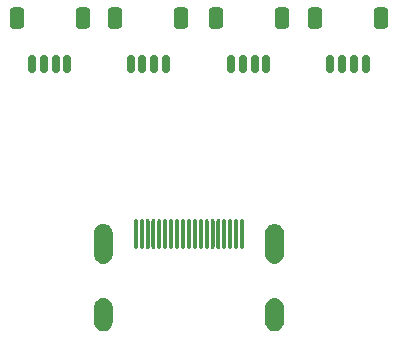
<source format=gbr>
%TF.GenerationSoftware,KiCad,Pcbnew,(6.0.6)*%
%TF.CreationDate,2022-06-22T16:16:20-06:00*%
%TF.ProjectId,21Pin_Fanout_Diodes,32315069-6e5f-4466-916e-6f75745f4469,rev?*%
%TF.SameCoordinates,Original*%
%TF.FileFunction,Paste,Top*%
%TF.FilePolarity,Positive*%
%FSLAX46Y46*%
G04 Gerber Fmt 4.6, Leading zero omitted, Abs format (unit mm)*
G04 Created by KiCad (PCBNEW (6.0.6)) date 2022-06-22 16:16:20*
%MOMM*%
%LPD*%
G01*
G04 APERTURE LIST*
G04 Aperture macros list*
%AMRoundRect*
0 Rectangle with rounded corners*
0 $1 Rounding radius*
0 $2 $3 $4 $5 $6 $7 $8 $9 X,Y pos of 4 corners*
0 Add a 4 corners polygon primitive as box body*
4,1,4,$2,$3,$4,$5,$6,$7,$8,$9,$2,$3,0*
0 Add four circle primitives for the rounded corners*
1,1,$1+$1,$2,$3*
1,1,$1+$1,$4,$5*
1,1,$1+$1,$6,$7*
1,1,$1+$1,$8,$9*
0 Add four rect primitives between the rounded corners*
20,1,$1+$1,$2,$3,$4,$5,0*
20,1,$1+$1,$4,$5,$6,$7,0*
20,1,$1+$1,$6,$7,$8,$9,0*
20,1,$1+$1,$8,$9,$2,$3,0*%
G04 Aperture macros list end*
%ADD10C,0.120000*%
%ADD11RoundRect,0.150000X0.150000X0.625000X-0.150000X0.625000X-0.150000X-0.625000X0.150000X-0.625000X0*%
%ADD12RoundRect,0.250000X0.350000X0.650000X-0.350000X0.650000X-0.350000X-0.650000X0.350000X-0.650000X0*%
%ADD13O,0.250000X2.400000*%
G04 APERTURE END LIST*
%TO.C,J1*%
G36*
X-3976000Y4594000D02*
G01*
X-3953000Y4587000D01*
X-3931000Y4575000D01*
X-3912000Y4560000D01*
X-3897000Y4541000D01*
X-3885000Y4519000D01*
X-3878000Y4496000D01*
X-3876000Y4471000D01*
X-3876000Y2321000D01*
X-3878000Y2297000D01*
X-3885000Y2273000D01*
X-3897000Y2252000D01*
X-3912000Y2233000D01*
X-3931000Y2217000D01*
X-3953000Y2206000D01*
X-3976000Y2199000D01*
X-4001000Y2196000D01*
X-4025000Y2199000D01*
X-4049000Y2206000D01*
X-4070000Y2217000D01*
X-4089000Y2233000D01*
X-4105000Y2252000D01*
X-4116000Y2273000D01*
X-4123000Y2297000D01*
X-4126000Y2321000D01*
X-4126000Y4471000D01*
X-4123000Y4496000D01*
X-4116000Y4519000D01*
X-4105000Y4541000D01*
X-4089000Y4560000D01*
X-4070000Y4575000D01*
X-4049000Y4587000D01*
X-4025000Y4594000D01*
X-4001000Y4596000D01*
X-3976000Y4594000D01*
G37*
D10*
X-3976000Y4594000D02*
X-3953000Y4587000D01*
X-3931000Y4575000D01*
X-3912000Y4560000D01*
X-3897000Y4541000D01*
X-3885000Y4519000D01*
X-3878000Y4496000D01*
X-3876000Y4471000D01*
X-3876000Y2321000D01*
X-3878000Y2297000D01*
X-3885000Y2273000D01*
X-3897000Y2252000D01*
X-3912000Y2233000D01*
X-3931000Y2217000D01*
X-3953000Y2206000D01*
X-3976000Y2199000D01*
X-4001000Y2196000D01*
X-4025000Y2199000D01*
X-4049000Y2206000D01*
X-4070000Y2217000D01*
X-4089000Y2233000D01*
X-4105000Y2252000D01*
X-4116000Y2273000D01*
X-4123000Y2297000D01*
X-4126000Y2321000D01*
X-4126000Y4471000D01*
X-4123000Y4496000D01*
X-4116000Y4519000D01*
X-4105000Y4541000D01*
X-4089000Y4560000D01*
X-4070000Y4575000D01*
X-4049000Y4587000D01*
X-4025000Y4594000D01*
X-4001000Y4596000D01*
X-3976000Y4594000D01*
G36*
X525000Y4594000D02*
G01*
X548000Y4587000D01*
X570000Y4575000D01*
X589000Y4560000D01*
X604000Y4541000D01*
X616000Y4519000D01*
X623000Y4496000D01*
X625000Y4471000D01*
X625000Y2321000D01*
X623000Y2297000D01*
X616000Y2273000D01*
X604000Y2252000D01*
X589000Y2233000D01*
X570000Y2217000D01*
X548000Y2206000D01*
X525000Y2199000D01*
X500000Y2196000D01*
X476000Y2199000D01*
X452000Y2206000D01*
X431000Y2217000D01*
X412000Y2233000D01*
X396000Y2252000D01*
X385000Y2273000D01*
X377000Y2297000D01*
X375000Y2321000D01*
X375000Y4471000D01*
X377000Y4496000D01*
X385000Y4519000D01*
X396000Y4541000D01*
X412000Y4560000D01*
X431000Y4575000D01*
X452000Y4587000D01*
X476000Y4594000D01*
X500000Y4596000D01*
X525000Y4594000D01*
G37*
X525000Y4594000D02*
X548000Y4587000D01*
X570000Y4575000D01*
X589000Y4560000D01*
X604000Y4541000D01*
X616000Y4519000D01*
X623000Y4496000D01*
X625000Y4471000D01*
X625000Y2321000D01*
X623000Y2297000D01*
X616000Y2273000D01*
X604000Y2252000D01*
X589000Y2233000D01*
X570000Y2217000D01*
X548000Y2206000D01*
X525000Y2199000D01*
X500000Y2196000D01*
X476000Y2199000D01*
X452000Y2206000D01*
X431000Y2217000D01*
X412000Y2233000D01*
X396000Y2252000D01*
X385000Y2273000D01*
X377000Y2297000D01*
X375000Y2321000D01*
X375000Y4471000D01*
X377000Y4496000D01*
X385000Y4519000D01*
X396000Y4541000D01*
X412000Y4560000D01*
X431000Y4575000D01*
X452000Y4587000D01*
X476000Y4594000D01*
X500000Y4596000D01*
X525000Y4594000D01*
G36*
X-974000Y4592000D02*
G01*
X-951000Y4584000D01*
X-929000Y4572000D01*
X-911000Y4557000D01*
X-895000Y4537000D01*
X-884000Y4516000D01*
X-877000Y4492000D01*
X-875000Y4471000D01*
X-875000Y2321000D01*
X-878000Y2297000D01*
X-885000Y2274000D01*
X-897000Y2252000D01*
X-913000Y2233000D01*
X-932000Y2218000D01*
X-954000Y2207000D01*
X-978000Y2200000D01*
X-1002000Y2198000D01*
X-1026000Y2201000D01*
X-1050000Y2208000D01*
X-1071000Y2220000D01*
X-1090000Y2236000D01*
X-1105000Y2255000D01*
X-1116000Y2277000D01*
X-1123000Y2300000D01*
X-1125000Y2321000D01*
X-1125000Y4471000D01*
X-1122000Y4496000D01*
X-1115000Y4519000D01*
X-1103000Y4540000D01*
X-1087000Y4559000D01*
X-1068000Y4574000D01*
X-1046000Y4586000D01*
X-1023000Y4592000D01*
X-998000Y4594000D01*
X-974000Y4592000D01*
G37*
X-974000Y4592000D02*
X-951000Y4584000D01*
X-929000Y4572000D01*
X-911000Y4557000D01*
X-895000Y4537000D01*
X-884000Y4516000D01*
X-877000Y4492000D01*
X-875000Y4471000D01*
X-875000Y2321000D01*
X-878000Y2297000D01*
X-885000Y2274000D01*
X-897000Y2252000D01*
X-913000Y2233000D01*
X-932000Y2218000D01*
X-954000Y2207000D01*
X-978000Y2200000D01*
X-1002000Y2198000D01*
X-1026000Y2201000D01*
X-1050000Y2208000D01*
X-1071000Y2220000D01*
X-1090000Y2236000D01*
X-1105000Y2255000D01*
X-1116000Y2277000D01*
X-1123000Y2300000D01*
X-1125000Y2321000D01*
X-1125000Y4471000D01*
X-1122000Y4496000D01*
X-1115000Y4519000D01*
X-1103000Y4540000D01*
X-1087000Y4559000D01*
X-1068000Y4574000D01*
X-1046000Y4586000D01*
X-1023000Y4592000D01*
X-998000Y4594000D01*
X-974000Y4592000D01*
G36*
X-7103000Y-2100000D02*
G01*
X-6962000Y-2143000D01*
X-6832000Y-2212000D01*
X-6719000Y-2305000D01*
X-6626000Y-2419000D01*
X-6556000Y-2549000D01*
X-6514000Y-2689000D01*
X-6499000Y-2836000D01*
X-6499000Y-4036000D01*
X-6514000Y-4182000D01*
X-6556000Y-4323000D01*
X-6626000Y-4452000D01*
X-6719000Y-4566000D01*
X-6832000Y-4659000D01*
X-6962000Y-4729000D01*
X-7103000Y-4771000D01*
X-7249000Y-4786000D01*
X-7395000Y-4771000D01*
X-7536000Y-4729000D01*
X-7666000Y-4659000D01*
X-7779000Y-4566000D01*
X-7873000Y-4452000D01*
X-7942000Y-4323000D01*
X-7985000Y-4182000D01*
X-7999000Y-4036000D01*
X-7999000Y-2836000D01*
X-7985000Y-2689000D01*
X-7942000Y-2549000D01*
X-7873000Y-2419000D01*
X-7779000Y-2305000D01*
X-7666000Y-2212000D01*
X-7536000Y-2143000D01*
X-7395000Y-2100000D01*
X-7249000Y-2086000D01*
X-7103000Y-2100000D01*
G37*
X-7103000Y-2100000D02*
X-6962000Y-2143000D01*
X-6832000Y-2212000D01*
X-6719000Y-2305000D01*
X-6626000Y-2419000D01*
X-6556000Y-2549000D01*
X-6514000Y-2689000D01*
X-6499000Y-2836000D01*
X-6499000Y-4036000D01*
X-6514000Y-4182000D01*
X-6556000Y-4323000D01*
X-6626000Y-4452000D01*
X-6719000Y-4566000D01*
X-6832000Y-4659000D01*
X-6962000Y-4729000D01*
X-7103000Y-4771000D01*
X-7249000Y-4786000D01*
X-7395000Y-4771000D01*
X-7536000Y-4729000D01*
X-7666000Y-4659000D01*
X-7779000Y-4566000D01*
X-7873000Y-4452000D01*
X-7942000Y-4323000D01*
X-7985000Y-4182000D01*
X-7999000Y-4036000D01*
X-7999000Y-2836000D01*
X-7985000Y-2689000D01*
X-7942000Y-2549000D01*
X-7873000Y-2419000D01*
X-7779000Y-2305000D01*
X-7666000Y-2212000D01*
X-7536000Y-2143000D01*
X-7395000Y-2100000D01*
X-7249000Y-2086000D01*
X-7103000Y-2100000D01*
G36*
X3525000Y4594000D02*
G01*
X3549000Y4587000D01*
X3570000Y4575000D01*
X3589000Y4560000D01*
X3605000Y4541000D01*
X3616000Y4519000D01*
X3623000Y4496000D01*
X3626000Y4471000D01*
X3626000Y2321000D01*
X3623000Y2297000D01*
X3616000Y2273000D01*
X3605000Y2252000D01*
X3589000Y2233000D01*
X3570000Y2217000D01*
X3549000Y2206000D01*
X3525000Y2199000D01*
X3501000Y2196000D01*
X3476000Y2199000D01*
X3453000Y2206000D01*
X3431000Y2217000D01*
X3412000Y2233000D01*
X3397000Y2252000D01*
X3385000Y2273000D01*
X3378000Y2297000D01*
X3376000Y2321000D01*
X3376000Y4471000D01*
X3378000Y4496000D01*
X3385000Y4519000D01*
X3397000Y4541000D01*
X3412000Y4560000D01*
X3431000Y4575000D01*
X3453000Y4587000D01*
X3476000Y4594000D01*
X3501000Y4596000D01*
X3525000Y4594000D01*
G37*
X3525000Y4594000D02*
X3549000Y4587000D01*
X3570000Y4575000D01*
X3589000Y4560000D01*
X3605000Y4541000D01*
X3616000Y4519000D01*
X3623000Y4496000D01*
X3626000Y4471000D01*
X3626000Y2321000D01*
X3623000Y2297000D01*
X3616000Y2273000D01*
X3605000Y2252000D01*
X3589000Y2233000D01*
X3570000Y2217000D01*
X3549000Y2206000D01*
X3525000Y2199000D01*
X3501000Y2196000D01*
X3476000Y2199000D01*
X3453000Y2206000D01*
X3431000Y2217000D01*
X3412000Y2233000D01*
X3397000Y2252000D01*
X3385000Y2273000D01*
X3378000Y2297000D01*
X3376000Y2321000D01*
X3376000Y4471000D01*
X3378000Y4496000D01*
X3385000Y4519000D01*
X3397000Y4541000D01*
X3412000Y4560000D01*
X3431000Y4575000D01*
X3453000Y4587000D01*
X3476000Y4594000D01*
X3501000Y4596000D01*
X3525000Y4594000D01*
G36*
X2025000Y4594000D02*
G01*
X2048000Y4587000D01*
X2070000Y4575000D01*
X2089000Y4560000D01*
X2104000Y4541000D01*
X2116000Y4519000D01*
X2123000Y4496000D01*
X2125000Y4471000D01*
X2125000Y2321000D01*
X2123000Y2297000D01*
X2116000Y2273000D01*
X2104000Y2252000D01*
X2089000Y2233000D01*
X2070000Y2217000D01*
X2048000Y2206000D01*
X2025000Y2199000D01*
X2000000Y2196000D01*
X1976000Y2199000D01*
X1953000Y2206000D01*
X1931000Y2217000D01*
X1912000Y2233000D01*
X1896000Y2252000D01*
X1885000Y2273000D01*
X1878000Y2297000D01*
X1875000Y2321000D01*
X1875000Y4471000D01*
X1878000Y4496000D01*
X1885000Y4519000D01*
X1896000Y4541000D01*
X1912000Y4560000D01*
X1931000Y4575000D01*
X1953000Y4587000D01*
X1976000Y4594000D01*
X2000000Y4596000D01*
X2025000Y4594000D01*
G37*
X2025000Y4594000D02*
X2048000Y4587000D01*
X2070000Y4575000D01*
X2089000Y4560000D01*
X2104000Y4541000D01*
X2116000Y4519000D01*
X2123000Y4496000D01*
X2125000Y4471000D01*
X2125000Y2321000D01*
X2123000Y2297000D01*
X2116000Y2273000D01*
X2104000Y2252000D01*
X2089000Y2233000D01*
X2070000Y2217000D01*
X2048000Y2206000D01*
X2025000Y2199000D01*
X2000000Y2196000D01*
X1976000Y2199000D01*
X1953000Y2206000D01*
X1931000Y2217000D01*
X1912000Y2233000D01*
X1896000Y2252000D01*
X1885000Y2273000D01*
X1878000Y2297000D01*
X1875000Y2321000D01*
X1875000Y4471000D01*
X1878000Y4496000D01*
X1885000Y4519000D01*
X1896000Y4541000D01*
X1912000Y4560000D01*
X1931000Y4575000D01*
X1953000Y4587000D01*
X1976000Y4594000D01*
X2000000Y4596000D01*
X2025000Y4594000D01*
G36*
X-7103000Y4199000D02*
G01*
X-6962000Y4157000D01*
X-6832000Y4087000D01*
X-6719000Y3994000D01*
X-6626000Y3880000D01*
X-6556000Y3751000D01*
X-6514000Y3610000D01*
X-6499000Y3464000D01*
X-6499000Y1664000D01*
X-6514000Y1517000D01*
X-6556000Y1377000D01*
X-6626000Y1247000D01*
X-6719000Y1133000D01*
X-6832000Y1040000D01*
X-6962000Y971000D01*
X-7103000Y928000D01*
X-7249000Y914000D01*
X-7395000Y928000D01*
X-7536000Y971000D01*
X-7666000Y1040000D01*
X-7779000Y1133000D01*
X-7873000Y1247000D01*
X-7942000Y1377000D01*
X-7985000Y1517000D01*
X-7999000Y1664000D01*
X-7999000Y3464000D01*
X-7985000Y3610000D01*
X-7942000Y3751000D01*
X-7873000Y3880000D01*
X-7779000Y3994000D01*
X-7666000Y4087000D01*
X-7536000Y4157000D01*
X-7395000Y4199000D01*
X-7249000Y4214000D01*
X-7103000Y4199000D01*
G37*
X-7103000Y4199000D02*
X-6962000Y4157000D01*
X-6832000Y4087000D01*
X-6719000Y3994000D01*
X-6626000Y3880000D01*
X-6556000Y3751000D01*
X-6514000Y3610000D01*
X-6499000Y3464000D01*
X-6499000Y1664000D01*
X-6514000Y1517000D01*
X-6556000Y1377000D01*
X-6626000Y1247000D01*
X-6719000Y1133000D01*
X-6832000Y1040000D01*
X-6962000Y971000D01*
X-7103000Y928000D01*
X-7249000Y914000D01*
X-7395000Y928000D01*
X-7536000Y971000D01*
X-7666000Y1040000D01*
X-7779000Y1133000D01*
X-7873000Y1247000D01*
X-7942000Y1377000D01*
X-7985000Y1517000D01*
X-7999000Y1664000D01*
X-7999000Y3464000D01*
X-7985000Y3610000D01*
X-7942000Y3751000D01*
X-7873000Y3880000D01*
X-7779000Y3994000D01*
X-7666000Y4087000D01*
X-7536000Y4157000D01*
X-7395000Y4199000D01*
X-7249000Y4214000D01*
X-7103000Y4199000D01*
G36*
X-4477000Y4594000D02*
G01*
X-4453000Y4587000D01*
X-4431000Y4575000D01*
X-4413000Y4560000D01*
X-4397000Y4541000D01*
X-4385000Y4519000D01*
X-4378000Y4496000D01*
X-4376000Y4471000D01*
X-4376000Y2321000D01*
X-4378000Y2297000D01*
X-4385000Y2273000D01*
X-4397000Y2252000D01*
X-4413000Y2233000D01*
X-4431000Y2217000D01*
X-4453000Y2206000D01*
X-4477000Y2199000D01*
X-4501000Y2196000D01*
X-4525000Y2199000D01*
X-4549000Y2206000D01*
X-4570000Y2217000D01*
X-4589000Y2233000D01*
X-4605000Y2252000D01*
X-4616000Y2273000D01*
X-4624000Y2297000D01*
X-4626000Y2321000D01*
X-4626000Y4471000D01*
X-4624000Y4496000D01*
X-4616000Y4519000D01*
X-4605000Y4541000D01*
X-4589000Y4560000D01*
X-4570000Y4575000D01*
X-4549000Y4587000D01*
X-4525000Y4594000D01*
X-4501000Y4596000D01*
X-4477000Y4594000D01*
G37*
X-4477000Y4594000D02*
X-4453000Y4587000D01*
X-4431000Y4575000D01*
X-4413000Y4560000D01*
X-4397000Y4541000D01*
X-4385000Y4519000D01*
X-4378000Y4496000D01*
X-4376000Y4471000D01*
X-4376000Y2321000D01*
X-4378000Y2297000D01*
X-4385000Y2273000D01*
X-4397000Y2252000D01*
X-4413000Y2233000D01*
X-4431000Y2217000D01*
X-4453000Y2206000D01*
X-4477000Y2199000D01*
X-4501000Y2196000D01*
X-4525000Y2199000D01*
X-4549000Y2206000D01*
X-4570000Y2217000D01*
X-4589000Y2233000D01*
X-4605000Y2252000D01*
X-4616000Y2273000D01*
X-4624000Y2297000D01*
X-4626000Y2321000D01*
X-4626000Y4471000D01*
X-4624000Y4496000D01*
X-4616000Y4519000D01*
X-4605000Y4541000D01*
X-4589000Y4560000D01*
X-4570000Y4575000D01*
X-4549000Y4587000D01*
X-4525000Y4594000D01*
X-4501000Y4596000D01*
X-4477000Y4594000D01*
G36*
X24000Y4594000D02*
G01*
X48000Y4587000D01*
X69000Y4575000D01*
X88000Y4560000D01*
X104000Y4541000D01*
X116000Y4519000D01*
X123000Y4496000D01*
X125000Y4471000D01*
X125000Y2321000D01*
X123000Y2297000D01*
X116000Y2273000D01*
X104000Y2252000D01*
X88000Y2233000D01*
X69000Y2217000D01*
X48000Y2206000D01*
X24000Y2199000D01*
X0Y2196000D01*
X-24000Y2199000D01*
X-48000Y2206000D01*
X-69000Y2217000D01*
X-88000Y2233000D01*
X-104000Y2252000D01*
X-116000Y2273000D01*
X-123000Y2297000D01*
X-125000Y2321000D01*
X-125000Y4471000D01*
X-123000Y4496000D01*
X-116000Y4519000D01*
X-104000Y4541000D01*
X-88000Y4560000D01*
X-69000Y4575000D01*
X-48000Y4587000D01*
X-24000Y4594000D01*
X0Y4596000D01*
X24000Y4594000D01*
G37*
X24000Y4594000D02*
X48000Y4587000D01*
X69000Y4575000D01*
X88000Y4560000D01*
X104000Y4541000D01*
X116000Y4519000D01*
X123000Y4496000D01*
X125000Y4471000D01*
X125000Y2321000D01*
X123000Y2297000D01*
X116000Y2273000D01*
X104000Y2252000D01*
X88000Y2233000D01*
X69000Y2217000D01*
X48000Y2206000D01*
X24000Y2199000D01*
X0Y2196000D01*
X-24000Y2199000D01*
X-48000Y2206000D01*
X-69000Y2217000D01*
X-88000Y2233000D01*
X-104000Y2252000D01*
X-116000Y2273000D01*
X-123000Y2297000D01*
X-125000Y2321000D01*
X-125000Y4471000D01*
X-123000Y4496000D01*
X-116000Y4519000D01*
X-104000Y4541000D01*
X-88000Y4560000D01*
X-69000Y4575000D01*
X-48000Y4587000D01*
X-24000Y4594000D01*
X0Y4596000D01*
X24000Y4594000D01*
G36*
X-2976000Y4594000D02*
G01*
X-2953000Y4587000D01*
X-2931000Y4575000D01*
X-2912000Y4560000D01*
X-2897000Y4541000D01*
X-2885000Y4519000D01*
X-2878000Y4496000D01*
X-2876000Y4471000D01*
X-2876000Y2321000D01*
X-2878000Y2297000D01*
X-2885000Y2273000D01*
X-2897000Y2252000D01*
X-2912000Y2233000D01*
X-2931000Y2217000D01*
X-2953000Y2206000D01*
X-2976000Y2199000D01*
X-3001000Y2196000D01*
X-3025000Y2199000D01*
X-3048000Y2206000D01*
X-3070000Y2217000D01*
X-3089000Y2233000D01*
X-3105000Y2252000D01*
X-3116000Y2273000D01*
X-3123000Y2297000D01*
X-3126000Y2321000D01*
X-3126000Y4471000D01*
X-3123000Y4496000D01*
X-3116000Y4519000D01*
X-3105000Y4541000D01*
X-3089000Y4560000D01*
X-3070000Y4575000D01*
X-3048000Y4587000D01*
X-3025000Y4594000D01*
X-3001000Y4596000D01*
X-2976000Y4594000D01*
G37*
X-2976000Y4594000D02*
X-2953000Y4587000D01*
X-2931000Y4575000D01*
X-2912000Y4560000D01*
X-2897000Y4541000D01*
X-2885000Y4519000D01*
X-2878000Y4496000D01*
X-2876000Y4471000D01*
X-2876000Y2321000D01*
X-2878000Y2297000D01*
X-2885000Y2273000D01*
X-2897000Y2252000D01*
X-2912000Y2233000D01*
X-2931000Y2217000D01*
X-2953000Y2206000D01*
X-2976000Y2199000D01*
X-3001000Y2196000D01*
X-3025000Y2199000D01*
X-3048000Y2206000D01*
X-3070000Y2217000D01*
X-3089000Y2233000D01*
X-3105000Y2252000D01*
X-3116000Y2273000D01*
X-3123000Y2297000D01*
X-3126000Y2321000D01*
X-3126000Y4471000D01*
X-3123000Y4496000D01*
X-3116000Y4519000D01*
X-3105000Y4541000D01*
X-3089000Y4560000D01*
X-3070000Y4575000D01*
X-3048000Y4587000D01*
X-3025000Y4594000D01*
X-3001000Y4596000D01*
X-2976000Y4594000D01*
G36*
X-1976000Y4594000D02*
G01*
X-1953000Y4587000D01*
X-1931000Y4575000D01*
X-1912000Y4560000D01*
X-1896000Y4541000D01*
X-1885000Y4519000D01*
X-1878000Y4496000D01*
X-1875000Y4471000D01*
X-1875000Y2321000D01*
X-1878000Y2297000D01*
X-1885000Y2273000D01*
X-1896000Y2252000D01*
X-1912000Y2233000D01*
X-1931000Y2217000D01*
X-1953000Y2206000D01*
X-1976000Y2199000D01*
X-2000000Y2196000D01*
X-2025000Y2199000D01*
X-2048000Y2206000D01*
X-2070000Y2217000D01*
X-2089000Y2233000D01*
X-2104000Y2252000D01*
X-2116000Y2273000D01*
X-2123000Y2297000D01*
X-2125000Y2321000D01*
X-2125000Y4471000D01*
X-2123000Y4496000D01*
X-2116000Y4519000D01*
X-2104000Y4541000D01*
X-2089000Y4560000D01*
X-2070000Y4575000D01*
X-2048000Y4587000D01*
X-2025000Y4594000D01*
X-2000000Y4596000D01*
X-1976000Y4594000D01*
G37*
X-1976000Y4594000D02*
X-1953000Y4587000D01*
X-1931000Y4575000D01*
X-1912000Y4560000D01*
X-1896000Y4541000D01*
X-1885000Y4519000D01*
X-1878000Y4496000D01*
X-1875000Y4471000D01*
X-1875000Y2321000D01*
X-1878000Y2297000D01*
X-1885000Y2273000D01*
X-1896000Y2252000D01*
X-1912000Y2233000D01*
X-1931000Y2217000D01*
X-1953000Y2206000D01*
X-1976000Y2199000D01*
X-2000000Y2196000D01*
X-2025000Y2199000D01*
X-2048000Y2206000D01*
X-2070000Y2217000D01*
X-2089000Y2233000D01*
X-2104000Y2252000D01*
X-2116000Y2273000D01*
X-2123000Y2297000D01*
X-2125000Y2321000D01*
X-2125000Y4471000D01*
X-2123000Y4496000D01*
X-2116000Y4519000D01*
X-2104000Y4541000D01*
X-2089000Y4560000D01*
X-2070000Y4575000D01*
X-2048000Y4587000D01*
X-2025000Y4594000D01*
X-2000000Y4596000D01*
X-1976000Y4594000D01*
G36*
X-2476000Y4594000D02*
G01*
X-2453000Y4587000D01*
X-2431000Y4575000D01*
X-2412000Y4560000D01*
X-2397000Y4541000D01*
X-2385000Y4519000D01*
X-2378000Y4496000D01*
X-2375000Y4471000D01*
X-2375000Y2321000D01*
X-2378000Y2297000D01*
X-2385000Y2273000D01*
X-2397000Y2252000D01*
X-2412000Y2233000D01*
X-2431000Y2217000D01*
X-2453000Y2206000D01*
X-2476000Y2199000D01*
X-2500000Y2196000D01*
X-2525000Y2199000D01*
X-2548000Y2206000D01*
X-2570000Y2217000D01*
X-2589000Y2233000D01*
X-2604000Y2252000D01*
X-2616000Y2273000D01*
X-2623000Y2297000D01*
X-2625000Y2321000D01*
X-2625000Y4471000D01*
X-2623000Y4496000D01*
X-2616000Y4519000D01*
X-2604000Y4541000D01*
X-2589000Y4560000D01*
X-2570000Y4575000D01*
X-2548000Y4587000D01*
X-2525000Y4594000D01*
X-2500000Y4596000D01*
X-2476000Y4594000D01*
G37*
X-2476000Y4594000D02*
X-2453000Y4587000D01*
X-2431000Y4575000D01*
X-2412000Y4560000D01*
X-2397000Y4541000D01*
X-2385000Y4519000D01*
X-2378000Y4496000D01*
X-2375000Y4471000D01*
X-2375000Y2321000D01*
X-2378000Y2297000D01*
X-2385000Y2273000D01*
X-2397000Y2252000D01*
X-2412000Y2233000D01*
X-2431000Y2217000D01*
X-2453000Y2206000D01*
X-2476000Y2199000D01*
X-2500000Y2196000D01*
X-2525000Y2199000D01*
X-2548000Y2206000D01*
X-2570000Y2217000D01*
X-2589000Y2233000D01*
X-2604000Y2252000D01*
X-2616000Y2273000D01*
X-2623000Y2297000D01*
X-2625000Y2321000D01*
X-2625000Y4471000D01*
X-2623000Y4496000D01*
X-2616000Y4519000D01*
X-2604000Y4541000D01*
X-2589000Y4560000D01*
X-2570000Y4575000D01*
X-2548000Y4587000D01*
X-2525000Y4594000D01*
X-2500000Y4596000D01*
X-2476000Y4594000D01*
G36*
X1025000Y4594000D02*
G01*
X1048000Y4587000D01*
X1070000Y4575000D01*
X1089000Y4560000D01*
X1104000Y4541000D01*
X1116000Y4519000D01*
X1123000Y4496000D01*
X1125000Y4471000D01*
X1125000Y2321000D01*
X1123000Y2297000D01*
X1116000Y2273000D01*
X1104000Y2252000D01*
X1089000Y2233000D01*
X1070000Y2217000D01*
X1048000Y2206000D01*
X1025000Y2199000D01*
X1000000Y2196000D01*
X976000Y2199000D01*
X952000Y2206000D01*
X931000Y2217000D01*
X912000Y2233000D01*
X896000Y2252000D01*
X885000Y2273000D01*
X878000Y2297000D01*
X875000Y2321000D01*
X875000Y4471000D01*
X878000Y4496000D01*
X885000Y4519000D01*
X896000Y4541000D01*
X912000Y4560000D01*
X931000Y4575000D01*
X952000Y4587000D01*
X976000Y4594000D01*
X1000000Y4596000D01*
X1025000Y4594000D01*
G37*
X1025000Y4594000D02*
X1048000Y4587000D01*
X1070000Y4575000D01*
X1089000Y4560000D01*
X1104000Y4541000D01*
X1116000Y4519000D01*
X1123000Y4496000D01*
X1125000Y4471000D01*
X1125000Y2321000D01*
X1123000Y2297000D01*
X1116000Y2273000D01*
X1104000Y2252000D01*
X1089000Y2233000D01*
X1070000Y2217000D01*
X1048000Y2206000D01*
X1025000Y2199000D01*
X1000000Y2196000D01*
X976000Y2199000D01*
X952000Y2206000D01*
X931000Y2217000D01*
X912000Y2233000D01*
X896000Y2252000D01*
X885000Y2273000D01*
X878000Y2297000D01*
X875000Y2321000D01*
X875000Y4471000D01*
X878000Y4496000D01*
X885000Y4519000D01*
X896000Y4541000D01*
X912000Y4560000D01*
X931000Y4575000D01*
X952000Y4587000D01*
X976000Y4594000D01*
X1000000Y4596000D01*
X1025000Y4594000D01*
G36*
X7396000Y4199000D02*
G01*
X7536000Y4157000D01*
X7666000Y4087000D01*
X7780000Y3994000D01*
X7873000Y3880000D01*
X7942000Y3751000D01*
X7985000Y3610000D01*
X7999000Y3464000D01*
X7999000Y1664000D01*
X7985000Y1517000D01*
X7942000Y1377000D01*
X7873000Y1247000D01*
X7780000Y1133000D01*
X7666000Y1040000D01*
X7536000Y971000D01*
X7396000Y928000D01*
X7249000Y914000D01*
X7103000Y928000D01*
X6962000Y971000D01*
X6833000Y1040000D01*
X6719000Y1133000D01*
X6626000Y1247000D01*
X6556000Y1377000D01*
X6514000Y1517000D01*
X6499000Y1664000D01*
X6499000Y3464000D01*
X6514000Y3610000D01*
X6556000Y3751000D01*
X6626000Y3880000D01*
X6719000Y3994000D01*
X6833000Y4087000D01*
X6962000Y4157000D01*
X7103000Y4199000D01*
X7249000Y4214000D01*
X7396000Y4199000D01*
G37*
X7396000Y4199000D02*
X7536000Y4157000D01*
X7666000Y4087000D01*
X7780000Y3994000D01*
X7873000Y3880000D01*
X7942000Y3751000D01*
X7985000Y3610000D01*
X7999000Y3464000D01*
X7999000Y1664000D01*
X7985000Y1517000D01*
X7942000Y1377000D01*
X7873000Y1247000D01*
X7780000Y1133000D01*
X7666000Y1040000D01*
X7536000Y971000D01*
X7396000Y928000D01*
X7249000Y914000D01*
X7103000Y928000D01*
X6962000Y971000D01*
X6833000Y1040000D01*
X6719000Y1133000D01*
X6626000Y1247000D01*
X6556000Y1377000D01*
X6514000Y1517000D01*
X6499000Y1664000D01*
X6499000Y3464000D01*
X6514000Y3610000D01*
X6556000Y3751000D01*
X6626000Y3880000D01*
X6719000Y3994000D01*
X6833000Y4087000D01*
X6962000Y4157000D01*
X7103000Y4199000D01*
X7249000Y4214000D01*
X7396000Y4199000D01*
G36*
X-474000Y4592000D02*
G01*
X-451000Y4584000D01*
X-429000Y4572000D01*
X-410000Y4557000D01*
X-395000Y4537000D01*
X-384000Y4516000D01*
X-377000Y4492000D01*
X-375000Y4471000D01*
X-375000Y2321000D01*
X-378000Y2297000D01*
X-385000Y2274000D01*
X-397000Y2252000D01*
X-413000Y2233000D01*
X-432000Y2218000D01*
X-454000Y2207000D01*
X-477000Y2200000D01*
X-502000Y2198000D01*
X-526000Y2201000D01*
X-550000Y2208000D01*
X-571000Y2220000D01*
X-590000Y2236000D01*
X-605000Y2255000D01*
X-616000Y2277000D01*
X-623000Y2300000D01*
X-625000Y2321000D01*
X-625000Y4471000D01*
X-622000Y4496000D01*
X-615000Y4519000D01*
X-603000Y4540000D01*
X-587000Y4559000D01*
X-568000Y4574000D01*
X-546000Y4586000D01*
X-523000Y4592000D01*
X-498000Y4594000D01*
X-474000Y4592000D01*
G37*
X-474000Y4592000D02*
X-451000Y4584000D01*
X-429000Y4572000D01*
X-410000Y4557000D01*
X-395000Y4537000D01*
X-384000Y4516000D01*
X-377000Y4492000D01*
X-375000Y4471000D01*
X-375000Y2321000D01*
X-378000Y2297000D01*
X-385000Y2274000D01*
X-397000Y2252000D01*
X-413000Y2233000D01*
X-432000Y2218000D01*
X-454000Y2207000D01*
X-477000Y2200000D01*
X-502000Y2198000D01*
X-526000Y2201000D01*
X-550000Y2208000D01*
X-571000Y2220000D01*
X-590000Y2236000D01*
X-605000Y2255000D01*
X-616000Y2277000D01*
X-623000Y2300000D01*
X-625000Y2321000D01*
X-625000Y4471000D01*
X-622000Y4496000D01*
X-615000Y4519000D01*
X-603000Y4540000D01*
X-587000Y4559000D01*
X-568000Y4574000D01*
X-546000Y4586000D01*
X-523000Y4592000D01*
X-498000Y4594000D01*
X-474000Y4592000D01*
G36*
X4525000Y4594000D02*
G01*
X4549000Y4587000D01*
X4570000Y4575000D01*
X4589000Y4560000D01*
X4605000Y4541000D01*
X4616000Y4519000D01*
X4624000Y4496000D01*
X4626000Y4471000D01*
X4626000Y2321000D01*
X4624000Y2297000D01*
X4616000Y2273000D01*
X4605000Y2252000D01*
X4589000Y2233000D01*
X4570000Y2217000D01*
X4549000Y2206000D01*
X4525000Y2199000D01*
X4501000Y2196000D01*
X4477000Y2199000D01*
X4453000Y2206000D01*
X4431000Y2217000D01*
X4413000Y2233000D01*
X4397000Y2252000D01*
X4385000Y2273000D01*
X4378000Y2297000D01*
X4376000Y2321000D01*
X4376000Y4471000D01*
X4378000Y4496000D01*
X4385000Y4519000D01*
X4397000Y4541000D01*
X4413000Y4560000D01*
X4431000Y4575000D01*
X4453000Y4587000D01*
X4477000Y4594000D01*
X4501000Y4596000D01*
X4525000Y4594000D01*
G37*
X4525000Y4594000D02*
X4549000Y4587000D01*
X4570000Y4575000D01*
X4589000Y4560000D01*
X4605000Y4541000D01*
X4616000Y4519000D01*
X4624000Y4496000D01*
X4626000Y4471000D01*
X4626000Y2321000D01*
X4624000Y2297000D01*
X4616000Y2273000D01*
X4605000Y2252000D01*
X4589000Y2233000D01*
X4570000Y2217000D01*
X4549000Y2206000D01*
X4525000Y2199000D01*
X4501000Y2196000D01*
X4477000Y2199000D01*
X4453000Y2206000D01*
X4431000Y2217000D01*
X4413000Y2233000D01*
X4397000Y2252000D01*
X4385000Y2273000D01*
X4378000Y2297000D01*
X4376000Y2321000D01*
X4376000Y4471000D01*
X4378000Y4496000D01*
X4385000Y4519000D01*
X4397000Y4541000D01*
X4413000Y4560000D01*
X4431000Y4575000D01*
X4453000Y4587000D01*
X4477000Y4594000D01*
X4501000Y4596000D01*
X4525000Y4594000D01*
G36*
X1525000Y4594000D02*
G01*
X1548000Y4587000D01*
X1570000Y4575000D01*
X1589000Y4560000D01*
X1604000Y4541000D01*
X1616000Y4519000D01*
X1623000Y4496000D01*
X1625000Y4471000D01*
X1625000Y2321000D01*
X1623000Y2297000D01*
X1616000Y2273000D01*
X1604000Y2252000D01*
X1589000Y2233000D01*
X1570000Y2217000D01*
X1548000Y2206000D01*
X1525000Y2199000D01*
X1500000Y2196000D01*
X1476000Y2199000D01*
X1452000Y2206000D01*
X1431000Y2217000D01*
X1412000Y2233000D01*
X1396000Y2252000D01*
X1385000Y2273000D01*
X1378000Y2297000D01*
X1375000Y2321000D01*
X1375000Y4471000D01*
X1378000Y4496000D01*
X1385000Y4519000D01*
X1396000Y4541000D01*
X1412000Y4560000D01*
X1431000Y4575000D01*
X1452000Y4587000D01*
X1476000Y4594000D01*
X1500000Y4596000D01*
X1525000Y4594000D01*
G37*
X1525000Y4594000D02*
X1548000Y4587000D01*
X1570000Y4575000D01*
X1589000Y4560000D01*
X1604000Y4541000D01*
X1616000Y4519000D01*
X1623000Y4496000D01*
X1625000Y4471000D01*
X1625000Y2321000D01*
X1623000Y2297000D01*
X1616000Y2273000D01*
X1604000Y2252000D01*
X1589000Y2233000D01*
X1570000Y2217000D01*
X1548000Y2206000D01*
X1525000Y2199000D01*
X1500000Y2196000D01*
X1476000Y2199000D01*
X1452000Y2206000D01*
X1431000Y2217000D01*
X1412000Y2233000D01*
X1396000Y2252000D01*
X1385000Y2273000D01*
X1378000Y2297000D01*
X1375000Y2321000D01*
X1375000Y4471000D01*
X1378000Y4496000D01*
X1385000Y4519000D01*
X1396000Y4541000D01*
X1412000Y4560000D01*
X1431000Y4575000D01*
X1452000Y4587000D01*
X1476000Y4594000D01*
X1500000Y4596000D01*
X1525000Y4594000D01*
G36*
X7396000Y-2100000D02*
G01*
X7536000Y-2143000D01*
X7666000Y-2212000D01*
X7780000Y-2305000D01*
X7873000Y-2419000D01*
X7942000Y-2549000D01*
X7985000Y-2689000D01*
X7999000Y-2836000D01*
X7999000Y-4036000D01*
X7985000Y-4182000D01*
X7942000Y-4323000D01*
X7873000Y-4452000D01*
X7780000Y-4566000D01*
X7666000Y-4659000D01*
X7536000Y-4729000D01*
X7396000Y-4771000D01*
X7249000Y-4786000D01*
X7103000Y-4771000D01*
X6962000Y-4729000D01*
X6833000Y-4659000D01*
X6719000Y-4566000D01*
X6626000Y-4452000D01*
X6556000Y-4323000D01*
X6514000Y-4182000D01*
X6499000Y-4036000D01*
X6499000Y-2836000D01*
X6514000Y-2689000D01*
X6556000Y-2549000D01*
X6626000Y-2419000D01*
X6719000Y-2305000D01*
X6833000Y-2212000D01*
X6962000Y-2143000D01*
X7103000Y-2100000D01*
X7249000Y-2086000D01*
X7396000Y-2100000D01*
G37*
X7396000Y-2100000D02*
X7536000Y-2143000D01*
X7666000Y-2212000D01*
X7780000Y-2305000D01*
X7873000Y-2419000D01*
X7942000Y-2549000D01*
X7985000Y-2689000D01*
X7999000Y-2836000D01*
X7999000Y-4036000D01*
X7985000Y-4182000D01*
X7942000Y-4323000D01*
X7873000Y-4452000D01*
X7780000Y-4566000D01*
X7666000Y-4659000D01*
X7536000Y-4729000D01*
X7396000Y-4771000D01*
X7249000Y-4786000D01*
X7103000Y-4771000D01*
X6962000Y-4729000D01*
X6833000Y-4659000D01*
X6719000Y-4566000D01*
X6626000Y-4452000D01*
X6556000Y-4323000D01*
X6514000Y-4182000D01*
X6499000Y-4036000D01*
X6499000Y-2836000D01*
X6514000Y-2689000D01*
X6556000Y-2549000D01*
X6626000Y-2419000D01*
X6719000Y-2305000D01*
X6833000Y-2212000D01*
X6962000Y-2143000D01*
X7103000Y-2100000D01*
X7249000Y-2086000D01*
X7396000Y-2100000D01*
G36*
X4025000Y4594000D02*
G01*
X4049000Y4587000D01*
X4070000Y4575000D01*
X4089000Y4560000D01*
X4105000Y4541000D01*
X4116000Y4519000D01*
X4123000Y4496000D01*
X4126000Y4471000D01*
X4126000Y2321000D01*
X4123000Y2297000D01*
X4116000Y2273000D01*
X4105000Y2252000D01*
X4089000Y2233000D01*
X4070000Y2217000D01*
X4049000Y2206000D01*
X4025000Y2199000D01*
X4001000Y2196000D01*
X3976000Y2199000D01*
X3953000Y2206000D01*
X3931000Y2217000D01*
X3912000Y2233000D01*
X3897000Y2252000D01*
X3885000Y2273000D01*
X3878000Y2297000D01*
X3876000Y2321000D01*
X3876000Y4471000D01*
X3878000Y4496000D01*
X3885000Y4519000D01*
X3897000Y4541000D01*
X3912000Y4560000D01*
X3931000Y4575000D01*
X3953000Y4587000D01*
X3976000Y4594000D01*
X4001000Y4596000D01*
X4025000Y4594000D01*
G37*
X4025000Y4594000D02*
X4049000Y4587000D01*
X4070000Y4575000D01*
X4089000Y4560000D01*
X4105000Y4541000D01*
X4116000Y4519000D01*
X4123000Y4496000D01*
X4126000Y4471000D01*
X4126000Y2321000D01*
X4123000Y2297000D01*
X4116000Y2273000D01*
X4105000Y2252000D01*
X4089000Y2233000D01*
X4070000Y2217000D01*
X4049000Y2206000D01*
X4025000Y2199000D01*
X4001000Y2196000D01*
X3976000Y2199000D01*
X3953000Y2206000D01*
X3931000Y2217000D01*
X3912000Y2233000D01*
X3897000Y2252000D01*
X3885000Y2273000D01*
X3878000Y2297000D01*
X3876000Y2321000D01*
X3876000Y4471000D01*
X3878000Y4496000D01*
X3885000Y4519000D01*
X3897000Y4541000D01*
X3912000Y4560000D01*
X3931000Y4575000D01*
X3953000Y4587000D01*
X3976000Y4594000D01*
X4001000Y4596000D01*
X4025000Y4594000D01*
G36*
X2525000Y4594000D02*
G01*
X2548000Y4587000D01*
X2570000Y4575000D01*
X2589000Y4560000D01*
X2604000Y4541000D01*
X2616000Y4519000D01*
X2623000Y4496000D01*
X2625000Y4471000D01*
X2625000Y2321000D01*
X2623000Y2297000D01*
X2616000Y2273000D01*
X2604000Y2252000D01*
X2589000Y2233000D01*
X2570000Y2217000D01*
X2548000Y2206000D01*
X2525000Y2199000D01*
X2500000Y2196000D01*
X2476000Y2199000D01*
X2453000Y2206000D01*
X2431000Y2217000D01*
X2412000Y2233000D01*
X2397000Y2252000D01*
X2385000Y2273000D01*
X2378000Y2297000D01*
X2375000Y2321000D01*
X2375000Y4471000D01*
X2378000Y4496000D01*
X2385000Y4519000D01*
X2397000Y4541000D01*
X2412000Y4560000D01*
X2431000Y4575000D01*
X2453000Y4587000D01*
X2476000Y4594000D01*
X2500000Y4596000D01*
X2525000Y4594000D01*
G37*
X2525000Y4594000D02*
X2548000Y4587000D01*
X2570000Y4575000D01*
X2589000Y4560000D01*
X2604000Y4541000D01*
X2616000Y4519000D01*
X2623000Y4496000D01*
X2625000Y4471000D01*
X2625000Y2321000D01*
X2623000Y2297000D01*
X2616000Y2273000D01*
X2604000Y2252000D01*
X2589000Y2233000D01*
X2570000Y2217000D01*
X2548000Y2206000D01*
X2525000Y2199000D01*
X2500000Y2196000D01*
X2476000Y2199000D01*
X2453000Y2206000D01*
X2431000Y2217000D01*
X2412000Y2233000D01*
X2397000Y2252000D01*
X2385000Y2273000D01*
X2378000Y2297000D01*
X2375000Y2321000D01*
X2375000Y4471000D01*
X2378000Y4496000D01*
X2385000Y4519000D01*
X2397000Y4541000D01*
X2412000Y4560000D01*
X2431000Y4575000D01*
X2453000Y4587000D01*
X2476000Y4594000D01*
X2500000Y4596000D01*
X2525000Y4594000D01*
G36*
X-1476000Y4594000D02*
G01*
X-1452000Y4587000D01*
X-1431000Y4575000D01*
X-1412000Y4560000D01*
X-1396000Y4541000D01*
X-1385000Y4519000D01*
X-1378000Y4496000D01*
X-1375000Y4471000D01*
X-1375000Y2321000D01*
X-1378000Y2297000D01*
X-1385000Y2273000D01*
X-1396000Y2252000D01*
X-1412000Y2233000D01*
X-1431000Y2217000D01*
X-1452000Y2206000D01*
X-1476000Y2199000D01*
X-1500000Y2196000D01*
X-1525000Y2199000D01*
X-1548000Y2206000D01*
X-1570000Y2217000D01*
X-1589000Y2233000D01*
X-1604000Y2252000D01*
X-1616000Y2273000D01*
X-1623000Y2297000D01*
X-1625000Y2321000D01*
X-1625000Y4471000D01*
X-1623000Y4496000D01*
X-1616000Y4519000D01*
X-1604000Y4541000D01*
X-1589000Y4560000D01*
X-1570000Y4575000D01*
X-1548000Y4587000D01*
X-1525000Y4594000D01*
X-1500000Y4596000D01*
X-1476000Y4594000D01*
G37*
X-1476000Y4594000D02*
X-1452000Y4587000D01*
X-1431000Y4575000D01*
X-1412000Y4560000D01*
X-1396000Y4541000D01*
X-1385000Y4519000D01*
X-1378000Y4496000D01*
X-1375000Y4471000D01*
X-1375000Y2321000D01*
X-1378000Y2297000D01*
X-1385000Y2273000D01*
X-1396000Y2252000D01*
X-1412000Y2233000D01*
X-1431000Y2217000D01*
X-1452000Y2206000D01*
X-1476000Y2199000D01*
X-1500000Y2196000D01*
X-1525000Y2199000D01*
X-1548000Y2206000D01*
X-1570000Y2217000D01*
X-1589000Y2233000D01*
X-1604000Y2252000D01*
X-1616000Y2273000D01*
X-1623000Y2297000D01*
X-1625000Y2321000D01*
X-1625000Y4471000D01*
X-1623000Y4496000D01*
X-1616000Y4519000D01*
X-1604000Y4541000D01*
X-1589000Y4560000D01*
X-1570000Y4575000D01*
X-1548000Y4587000D01*
X-1525000Y4594000D01*
X-1500000Y4596000D01*
X-1476000Y4594000D01*
G36*
X3025000Y4594000D02*
G01*
X3048000Y4587000D01*
X3070000Y4575000D01*
X3089000Y4560000D01*
X3105000Y4541000D01*
X3116000Y4519000D01*
X3123000Y4496000D01*
X3126000Y4471000D01*
X3126000Y2321000D01*
X3123000Y2297000D01*
X3116000Y2273000D01*
X3105000Y2252000D01*
X3089000Y2233000D01*
X3070000Y2217000D01*
X3048000Y2206000D01*
X3025000Y2199000D01*
X3001000Y2196000D01*
X2976000Y2199000D01*
X2953000Y2206000D01*
X2931000Y2217000D01*
X2912000Y2233000D01*
X2897000Y2252000D01*
X2885000Y2273000D01*
X2878000Y2297000D01*
X2876000Y2321000D01*
X2876000Y4471000D01*
X2878000Y4496000D01*
X2885000Y4519000D01*
X2897000Y4541000D01*
X2912000Y4560000D01*
X2931000Y4575000D01*
X2953000Y4587000D01*
X2976000Y4594000D01*
X3001000Y4596000D01*
X3025000Y4594000D01*
G37*
X3025000Y4594000D02*
X3048000Y4587000D01*
X3070000Y4575000D01*
X3089000Y4560000D01*
X3105000Y4541000D01*
X3116000Y4519000D01*
X3123000Y4496000D01*
X3126000Y4471000D01*
X3126000Y2321000D01*
X3123000Y2297000D01*
X3116000Y2273000D01*
X3105000Y2252000D01*
X3089000Y2233000D01*
X3070000Y2217000D01*
X3048000Y2206000D01*
X3025000Y2199000D01*
X3001000Y2196000D01*
X2976000Y2199000D01*
X2953000Y2206000D01*
X2931000Y2217000D01*
X2912000Y2233000D01*
X2897000Y2252000D01*
X2885000Y2273000D01*
X2878000Y2297000D01*
X2876000Y2321000D01*
X2876000Y4471000D01*
X2878000Y4496000D01*
X2885000Y4519000D01*
X2897000Y4541000D01*
X2912000Y4560000D01*
X2931000Y4575000D01*
X2953000Y4587000D01*
X2976000Y4594000D01*
X3001000Y4596000D01*
X3025000Y4594000D01*
G36*
X-3476000Y4594000D02*
G01*
X-3453000Y4587000D01*
X-3431000Y4575000D01*
X-3412000Y4560000D01*
X-3397000Y4541000D01*
X-3385000Y4519000D01*
X-3378000Y4496000D01*
X-3376000Y4471000D01*
X-3376000Y2321000D01*
X-3378000Y2297000D01*
X-3385000Y2273000D01*
X-3397000Y2252000D01*
X-3412000Y2233000D01*
X-3431000Y2217000D01*
X-3453000Y2206000D01*
X-3476000Y2199000D01*
X-3501000Y2196000D01*
X-3525000Y2199000D01*
X-3549000Y2206000D01*
X-3570000Y2217000D01*
X-3589000Y2233000D01*
X-3605000Y2252000D01*
X-3616000Y2273000D01*
X-3623000Y2297000D01*
X-3626000Y2321000D01*
X-3626000Y4471000D01*
X-3623000Y4496000D01*
X-3616000Y4519000D01*
X-3605000Y4541000D01*
X-3589000Y4560000D01*
X-3570000Y4575000D01*
X-3549000Y4587000D01*
X-3525000Y4594000D01*
X-3501000Y4596000D01*
X-3476000Y4594000D01*
G37*
X-3476000Y4594000D02*
X-3453000Y4587000D01*
X-3431000Y4575000D01*
X-3412000Y4560000D01*
X-3397000Y4541000D01*
X-3385000Y4519000D01*
X-3378000Y4496000D01*
X-3376000Y4471000D01*
X-3376000Y2321000D01*
X-3378000Y2297000D01*
X-3385000Y2273000D01*
X-3397000Y2252000D01*
X-3412000Y2233000D01*
X-3431000Y2217000D01*
X-3453000Y2206000D01*
X-3476000Y2199000D01*
X-3501000Y2196000D01*
X-3525000Y2199000D01*
X-3549000Y2206000D01*
X-3570000Y2217000D01*
X-3589000Y2233000D01*
X-3605000Y2252000D01*
X-3616000Y2273000D01*
X-3623000Y2297000D01*
X-3626000Y2321000D01*
X-3626000Y4471000D01*
X-3623000Y4496000D01*
X-3616000Y4519000D01*
X-3605000Y4541000D01*
X-3589000Y4560000D01*
X-3570000Y4575000D01*
X-3549000Y4587000D01*
X-3525000Y4594000D01*
X-3501000Y4596000D01*
X-3476000Y4594000D01*
%TD*%
D11*
%TO.C,J9*%
X-10250000Y17750000D03*
X-11250000Y17750000D03*
X-12250000Y17750000D03*
X-13250000Y17750000D03*
D12*
X-14550000Y21625000D03*
X-8950000Y21625000D03*
%TD*%
D11*
%TO.C,J8*%
X-1900000Y17750000D03*
X-2900000Y17750000D03*
X-3900000Y17750000D03*
X-4900000Y17750000D03*
D12*
X-6200000Y21625000D03*
X-600000Y21625000D03*
%TD*%
D11*
%TO.C,J7*%
X6600000Y17750000D03*
X5600000Y17750000D03*
X4600000Y17750000D03*
X3600000Y17750000D03*
D12*
X2300000Y21625000D03*
X7900000Y21625000D03*
%TD*%
D13*
%TO.C,J1*%
X4501000Y3396000D03*
X4001000Y3396000D03*
X3501000Y3396000D03*
X3001000Y3396000D03*
X2500000Y3396000D03*
X2000000Y3396000D03*
X1500000Y3396000D03*
X1000000Y3396000D03*
X500000Y3396000D03*
X0Y3396000D03*
X-500000Y3396000D03*
X-1000000Y3396000D03*
X-1500000Y3396000D03*
X-2000000Y3396000D03*
X-2500000Y3396000D03*
X-3001000Y3396000D03*
X-3501000Y3396000D03*
X-4001000Y3396000D03*
X-4501000Y3396000D03*
%TD*%
D11*
%TO.C,J6*%
X15000000Y17750000D03*
X14000000Y17750000D03*
X13000000Y17750000D03*
X12000000Y17750000D03*
D12*
X10700000Y21625000D03*
X16300000Y21625000D03*
%TD*%
M02*

</source>
